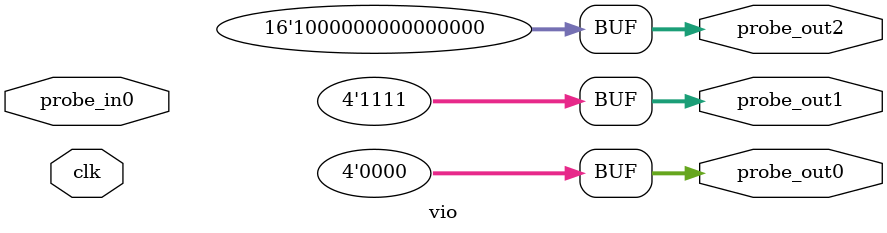
<source format=v>
`timescale 1ns / 1ps
module vio (
clk,
probe_in0,
probe_out0,
probe_out1,
probe_out2
);

input clk;
input [3 : 0] probe_in0;

output reg [3 : 0] probe_out0 = 'h0 ;
output reg [3 : 0] probe_out1 = 'hf ;
output reg [15 : 0] probe_out2 = 'h8000 ;


endmodule

</source>
